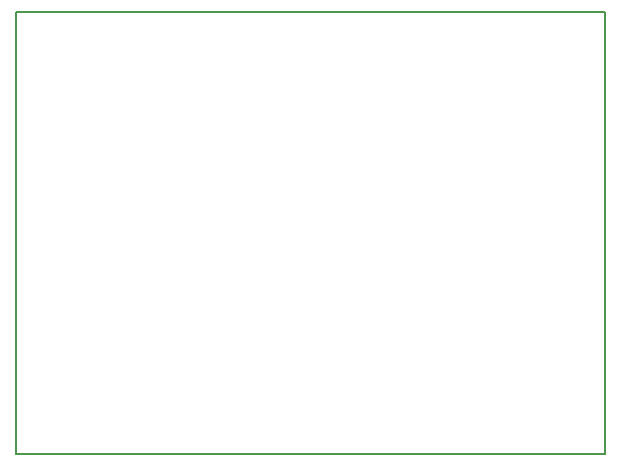
<source format=gbr>
G04 #@! TF.FileFunction,Profile,NP*
%FSLAX46Y46*%
G04 Gerber Fmt 4.6, Leading zero omitted, Abs format (unit mm)*
G04 Created by KiCad (PCBNEW 4.0.4-stable) date 03/24/18 22:40:38*
%MOMM*%
%LPD*%
G01*
G04 APERTURE LIST*
%ADD10C,0.100000*%
%ADD11C,0.150000*%
G04 APERTURE END LIST*
D10*
D11*
X180640000Y-64570000D02*
X180640000Y-101990000D01*
X130740000Y-64570000D02*
X130750000Y-64570000D01*
X130740000Y-101990000D02*
X130740000Y-64570000D01*
X180650000Y-101990000D02*
X180650000Y-101980000D01*
X130740000Y-101990000D02*
X180650000Y-101990000D01*
X130730000Y-64580000D02*
X130910000Y-64580000D01*
X130730000Y-64570000D02*
X180640000Y-64570000D01*
M02*

</source>
